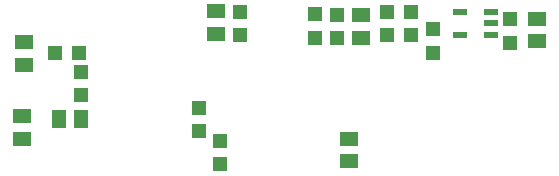
<source format=gbp>
G04*
G04 #@! TF.GenerationSoftware,Altium Limited,Altium Designer,22.10.1 (41)*
G04*
G04 Layer_Color=128*
%FSLAX25Y25*%
%MOIN*%
G70*
G04*
G04 #@! TF.SameCoordinates,E3A0FBDB-8A8B-4B96-B359-3B6F4FC795B9*
G04*
G04*
G04 #@! TF.FilePolarity,Positive*
G04*
G01*
G75*
%ADD54R,0.05906X0.05118*%
%ADD55R,0.05000X0.05000*%
%ADD56R,0.04803X0.02441*%
%ADD57R,0.05118X0.05906*%
%ADD58R,0.05000X0.05000*%
D54*
X86500Y70000D02*
D03*
Y62520D02*
D03*
X193500Y67480D02*
D03*
Y60000D02*
D03*
X135000Y68740D02*
D03*
Y61260D02*
D03*
X131000Y27500D02*
D03*
Y20020D02*
D03*
X22500Y59740D02*
D03*
Y52260D02*
D03*
X22000Y35000D02*
D03*
Y27520D02*
D03*
D55*
X184500Y67437D02*
D03*
Y59563D02*
D03*
X151500Y69937D02*
D03*
Y62063D02*
D03*
X127000Y68937D02*
D03*
Y61063D02*
D03*
X119500Y61126D02*
D03*
X119500Y69000D02*
D03*
X41500Y49937D02*
D03*
Y42063D02*
D03*
X159000Y64000D02*
D03*
Y56126D02*
D03*
X143500Y62063D02*
D03*
Y69937D02*
D03*
X81000Y37937D02*
D03*
X81000Y30063D02*
D03*
X88000Y26937D02*
D03*
X88000Y19063D02*
D03*
X94500Y69937D02*
D03*
X94500Y62063D02*
D03*
D56*
X167843Y62250D02*
D03*
X178158Y66010D02*
D03*
Y69750D02*
D03*
Y62270D02*
D03*
X167843Y69750D02*
D03*
D57*
X34259Y34000D02*
D03*
X41740D02*
D03*
D58*
X33063Y56000D02*
D03*
X40937D02*
D03*
M02*

</source>
